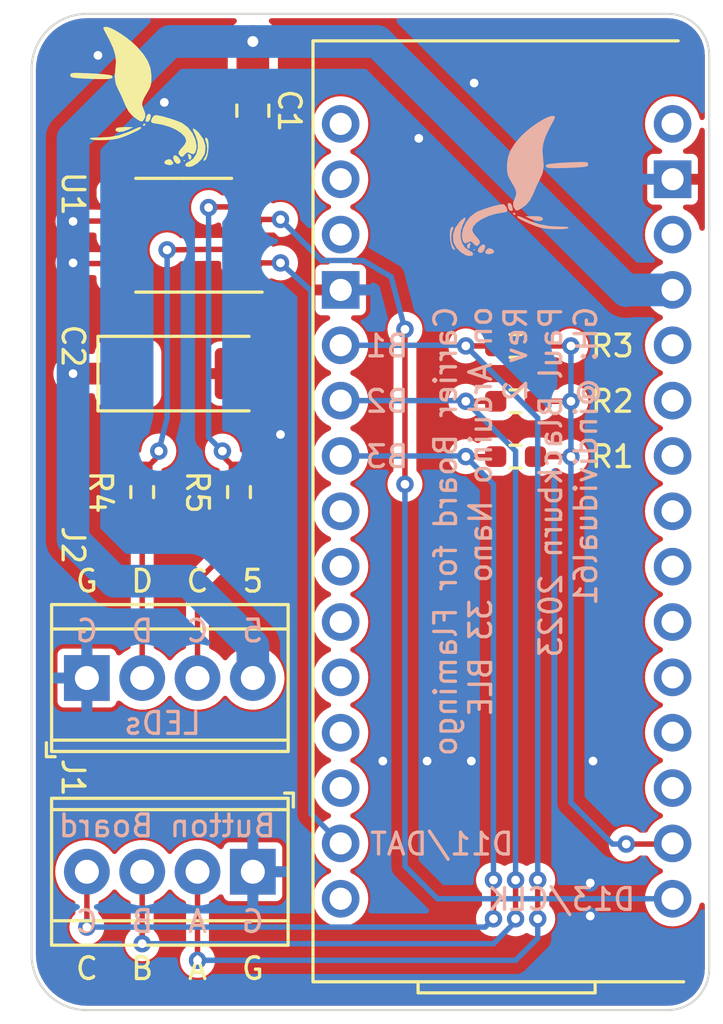
<source format=kicad_pcb>
(kicad_pcb (version 20221018) (generator pcbnew)
  (layers (0 "F.Cu" signal) (31 "B.Cu" signal) (34 "B.Paste" user) (35 "F.Paste" user) (36 "B.SilkS" user "B.Silkscreen") (37 "F.SilkS" user "F.Silkscreen") (38 "B.Mask" user) (39 "F.Mask" user) (44 "Edge.Cuts" user))
  (net 0 "")
  (net 1 "GND")
  (net 2 "/BUTT_A_TERM")
  (net 3 "/BUTT_B_TERM")
  (net 4 "/BUTT_C_TERM")
  (net 5 "/DATA_TERM")
  (net 6 "/CLOCK_TERM")
  (net 7 "VBUS")
  (net 8 "Net-(U1-1_5V)")
  (net 9 "Net-(U1-2_5V)")
  (net 12 "/CLOCK_MCU")
  (net 13 "/DATA_MCU")
  (net 14 "+3V3")
  (footprint "MyFlamingoLogo:flamingo_logo_8-8_6-7" (layer "F.Cu") (at 84.483026 56.237054 -90)
    (fp_text reference "G***" hide)
    (fp_text value "LOGO" hide)
    (fp_poly (pts (xy 2.600477 -1.905) (xy 2.570239 -1.874762) (xy 2.54 -1.905) (xy 2.570239 -1.935238) (xy 2.600477 -1.905)) (stroke (width 0.01)) (fill solid) (layer "F.SilkS"))
    (fp_poly (pts (xy 0.965158 -0.077052) (xy 0.967619 -0.060476) (xy 0.946986 -0.001572) (xy 0.94095 0) (xy 0.889318 -0.042378) (xy 0.876905 -0.060476) (xy 0.8817 -0.116204) (xy 0.903574 -0.120952) (xy 0.965158 -0.077052)) (stroke (width 0.01)) (fill solid) (layer "F.SilkS"))
    (fp_poly (pts (xy 2.45722 -2.224683) (xy 2.509762 -2.177143) (xy 2.507788 -2.121292) (xy 2.48804 -2.116667) (xy 2.38315 -2.096577) (xy 2.332594 -2.079695) (xy 2.264554 -2.075343) (xy 2.273642 -2.140171) (xy 2.352929 -2.224797) (xy 2.45722 -2.224683)) (stroke (width 0.01)) (fill solid) (layer "F.SilkS"))
    (fp_poly (pts (xy 2.740544 -1.36826) (xy 2.773002 -1.244207) (xy 2.770618 -1.199062) (xy 2.729415 -1.041418) (xy 2.657754 -0.984852) (xy 2.572681 -1.037513) (xy 2.539898 -1.088762) (xy 2.502098 -1.21649) (xy 2.543209 -1.304104) (xy 2.656766 -1.391542) (xy 2.740544 -1.36826)) (stroke (width 0.01)) (fill solid) (layer "F.SilkS"))
    (fp_poly (pts (xy 0.672277 -0.332276) (xy 0.771948 -0.25483) (xy 0.786191 -0.205196) (xy 0.760439 -0.133956) (xy 0.740834 -0.129188) (xy 0.650338 -0.146219) (xy 0.559405 -0.163632) (xy 0.460875 -0.215016) (xy 0.423545 -0.292247) (xy 0.458236 -0.352478) (xy 0.509102 -0.362857) (xy 0.672277 -0.332276)) (stroke (width 0.01)) (fill solid) (layer "F.SilkS"))
    (fp_poly (pts (xy 1.153736 0.695476) (xy 1.2298 0.907363) (xy 1.251137 1.09194) (xy 1.216761 1.218411) (xy 1.171618 1.252773) (xy 1.095713 1.225032) (xy 1.065785 1.176895) (xy 1.044838 1.061584) (xy 1.033564 0.87754) (xy 1.032991 0.766125) (xy 1.037886 0.453571) (xy 1.153736 0.695476)) (stroke (width 0.01)) (fill solid) (layer "F.SilkS"))
    (fp_poly (pts (xy 2.635391 -1.730145) (xy 2.712991 -1.652684) (xy 2.699667 -1.545176) (xy 2.604452 -1.453556) (xy 2.443597 -1.394741) (xy 2.344817 -1.42889) (xy 2.329697 -1.449223) (xy 2.339482 -1.531161) (xy 2.418392 -1.629972) (xy 2.526917 -1.70935) (xy 2.625548 -1.732986) (xy 2.635391 -1.730145)) (stroke (width 0.01)) (fill solid) (layer "F.SilkS"))
    (fp_poly (pts (xy 2.135455 -2.999515) (xy 2.34657 -2.961419) (xy 2.495882 -2.905786) (xy 2.523476 -2.884824) (xy 2.580743 -2.806662) (xy 2.552396 -2.78738) (xy 2.459374 -2.828618) (xy 2.39237 -2.874542) (xy 2.232913 -2.93883) (xy 2.016804 -2.961019) (xy 1.801467 -2.93921) (xy 1.684178 -2.897957) (xy 1.572717 -2.862898) (xy 1.515633 -2.884013) (xy 1.540968 -2.943144) (xy 1.574133 -2.969216) (xy 1.704953 -3.00735) (xy 1.906822 -3.016138) (xy 2.135455 -2.999515)) (stroke (width 0.01)) (fill solid) (layer "F.SilkS"))
    (fp_poly (pts (xy 2.194589 -2.85486) (xy 2.262315 -2.834468) (xy 2.485324 -2.709211) (xy 2.680231 -2.51717) (xy 2.814295 -2.296273) (xy 2.853988 -2.149054) (xy 2.839297 -2.000062) (xy 2.774122 -1.946697) (xy 2.687686 -1.993612) (xy 2.62078 -2.11192) (xy 2.48295 -2.318759) (xy 2.266748 -2.459463) (xy 1.998632 -2.528229) (xy 1.705062 -2.519255) (xy 1.412496 -2.426738) (xy 1.345596 -2.391587) (xy 1.178827 -2.310622) (xy 1.102434 -2.305747) (xy 1.117753 -2.371191) (xy 1.226116 -2.501183) (xy 1.302806 -2.576577) (xy 1.58711 -2.777748) (xy 1.890942 -2.872276) (xy 2.194589 -2.85486)) (stroke (width 0.01)) (fill solid) (layer "F.SilkS"))
    (fp_poly (pts (xy -1.216605 1.420367) (xy -1.187211 1.540498) (xy -1.17437 1.755221) (xy -1.176753 2.073721) (xy -1.188625 2.407055) (xy -1.204756 2.758601) (xy -1.219814 3.007051) (xy -1.23691 3.170189) (xy -1.259154 3.265801) (xy -1.289656 3.31167) (xy -1.331526 3.325581) (xy -1.34936 3.32619) (xy -1.395319 3.321326) (xy -1.426796 3.294829) (xy -1.445367 3.228846) (xy -1.452608 3.105521) (xy -1.450095 2.907) (xy -1.439405 2.615429) (xy -1.43052 2.40684) (xy -1.41287 2.082965) (xy -1.390656 1.800906) (xy -1.366188 1.583274) (xy -1.341779 1.452677) (xy -1.330364 1.427126) (xy -1.263879 1.385639) (xy -1.216605 1.420367)) (stroke (width 0.01)) (fill solid) (layer "F.SilkS"))
    (fp_poly (pts (xy 1.11547 0.12071) (xy 1.192631 0.254342) (xy 1.290431 0.454313) (xy 1.36068 0.612437) (xy 1.478191 0.901287) (xy 1.552262 1.132814) (xy 1.594712 1.357288) (xy 1.617356 1.624979) (xy 1.622222 1.725068) (xy 1.62714 2.021326) (xy 1.614723 2.249862) (xy 1.586467 2.386251) (xy 1.581129 2.396954) (xy 1.547541 2.430361) (xy 1.526858 2.380625) (xy 1.516434 2.2341) (xy 1.513744 2.049326) (xy 1.486004 1.527577) (xy 1.401696 1.07513) (xy 1.252352 0.65031) (xy 1.210879 0.558447) (xy 1.107469 0.334833) (xy 1.049581 0.197397) (xy 1.03057 0.123191) (xy 1.043795 0.089268) (xy 1.071307 0.076311) (xy 1.11547 0.12071)) (stroke (width 0.01)) (fill solid) (layer "F.SilkS"))
    (fp_poly (pts (xy 2.02535 -2.453389) (xy 2.203869 -2.40162) (xy 2.272809 -2.325005) (xy 2.243167 -2.208209) (xy 2.224549 -2.175664) (xy 2.182231 -2.074721) (xy 2.220524 -1.993471) (xy 2.290098 -1.930958) (xy 2.383588 -1.836016) (xy 2.384606 -1.761024) (xy 2.358288 -1.72323) (xy 2.2588 -1.645127) (xy 2.149062 -1.659866) (xy 2.006471 -1.772687) (xy 1.965477 -1.814286) (xy 1.823977 -1.929966) (xy 1.688073 -1.99225) (xy 1.658957 -1.995714) (xy 1.48741 -1.938792) (xy 1.315887 -1.781118) (xy 1.156041 -1.542333) (xy 1.019529 -1.242076) (xy 0.918004 -0.89999) (xy 0.878395 -0.680357) (xy 0.848947 -0.489491) (xy 0.813032 -0.396877) (xy 0.748663 -0.380817) (xy 0.633854 -0.419611) (xy 0.619881 -0.425218) (xy 0.514411 -0.507938) (xy 0.48381 -0.58891) (xy 0.504432 -0.741105) (xy 0.558579 -0.967545) (xy 0.634672 -1.23025) (xy 0.721128 -1.491237) (xy 0.80637 -1.712524) (xy 0.861518 -1.82778) (xy 1.054282 -2.075524) (xy 1.312124 -2.276011) (xy 1.601921 -2.411434) (xy 1.890548 -2.463989) (xy 2.02535 -2.453389)) (stroke (width 0.01)) (fill solid) (layer "F.SilkS"))
    (fp_poly (pts (xy -1.01986 -0.38375) (xy -0.837292 -0.34526) (xy -0.658987 -0.261944) (xy -0.559249 -0.202269) (xy -0.316384 -0.059627) (xy -0.140215 0.01719) (xy -0.000879 0.035197) (xy 0.13149 0.001407) (xy 0.191154 -0.026025) (xy 0.405142 -0.107591) (xy 0.571174 -0.103375) (xy 0.694096 -0.038726) (xy 0.762038 0.020527) (xy 0.769584 0.0835) (xy 0.714585 0.191734) (xy 0.679191 0.249567) (xy 0.50974 0.479523) (xy 0.30827 0.652062) (xy 0.037625 0.796125) (xy -0.090714 0.849277) (xy -0.319563 0.945314) (xy -0.533705 1.045214) (xy -0.651203 1.107325) (xy -0.951932 1.239713) (xy -1.275114 1.288112) (xy -1.656947 1.25776) (xy -1.672814 1.255171) (xy -1.984264 1.229656) (xy -2.289984 1.265071) (xy -2.618419 1.368393) (xy -2.998017 1.5466) (xy -3.112727 1.608326) (xy -3.303453 1.710238) (xy -3.45142 1.783882) (xy -3.526239 1.814176) (xy -3.52776 1.814286) (xy -3.559169 1.762864) (xy -3.568095 1.67695) (xy -3.529649 1.520621) (xy -3.425193 1.300804) (xy -3.271053 1.042613) (xy -3.083553 0.771162) (xy -2.879018 0.511568) (xy -2.673773 0.288944) (xy -2.652575 0.268478) (xy -2.30749 -0.029363) (xy -1.9904 -0.230666) (xy -1.676025 -0.347479) (xy -1.339088 -0.391852) (xy -1.26466 -0.393095) (xy -1.01986 -0.38375)) (stroke (width 0.01)) (fill solid) (layer "F.SilkS"))
  )
  (footprint "Resistor_SMD:R_0603_1608Metric_Pad0.98x0.95mm_HandSolder" (layer "F.Cu") (at 101.6 67.31 180)
    (fp_text reference "R3" (at -4.445 0 unlocked) (layer "F.SilkS") (effects (font (thickness 0.153))))
    (fp_text value "4.7k")
    (fp_line (start -0.254724 -0.5225) (end 0.254724 -0.5225) (stroke (width 0.15)) (layer "F.SilkS"))
    (fp_line (start -0.254724 0.5225) (end 0.254724 0.5225) (stroke (width 0.15)) (layer "F.SilkS"))
    (pad "1" smd roundrect (at -0.9125 0 180) (size 0.975 0.95) (layers "F.Cu" "F.Paste" "F.Mask") (net 14 "+3V3"))
    (pad "2" smd roundrect (at 0.9125 0 180) (size 0.975 0.95) (layers "F.Cu" "F.Paste" "F.Mask") (net 2 "/BUTT_A_TERM"))
  )
  (footprint "Resistor_SMD:R_0603_1608Metric_Pad0.98x0.95mm_HandSolder" (layer "F.Cu") (at 84.455 74.0175 -90)
    (fp_text reference "R4" (at 0 1.905 -90 unlocked) (layer "F.SilkS") (effects (font (thickness 0.153))))
    (fp_text value "330")
    (fp_line (start -0.254724 -0.5225) (end 0.254724 -0.5225) (stroke (width 0.15)) (layer "F.SilkS"))
    (fp_line (start -0.254724 0.5225) (end 0.254724 0.5225) (stroke (width 0.15)) (layer "F.SilkS"))
    (pad "1" smd roundrect (at -0.9125 0 270) (size 0.975 0.95) (layers "F.Cu" "F.Paste" "F.Mask") (net 8 "Net-(U1-1_5V)"))
    (pad "2" smd roundrect (at 0.9125 0 270) (size 0.975 0.95) (layers "F.Cu" "F.Paste" "F.Mask") (net 5 "/DATA_TERM"))
  )
  (footprint "Capacitor_Tantalum_SMD:CP_EIA-6032-20_AVX-F_Pad2.25x2.35mm_HandSolder" (layer "F.Cu") (at 86.36 68.58)
    (fp_text reference "C2" (at -5.08 -1.27 -90 unlocked) (layer "F.SilkS") (effects (font (thickness 0.153))))
    (fp_text value "100uF")
    (fp_line (start -3.935 -1.71) (end -3.935 1.71) (stroke (width 0.15)) (layer "F.SilkS"))
    (fp_line (start -3.935 1.71) (end 3 1.71) (stroke (width 0.15)) (layer "F.SilkS"))
    (fp_line (start 3 -1.71) (end -3.935 -1.71) (stroke (width 0.15)) (layer "F.SilkS"))
    (pad "1" smd roundrect (at -2.55 0) (size 2.25 2.35) (layers "F.Cu" "F.Paste" "F.Mask") (roundrect_rratio 0.1111111111) (net 7 "VBUS"))
    (pad "2" smd roundrect (at 2.55 0) (size 2.25 2.35) (layers "F.Cu" "F.Paste" "F.Mask") (roundrect_rratio 0.1111111111) (net 1 "GND"))
  )
  (footprint "Resistor_SMD:R_0603_1608Metric_Pad0.98x0.95mm_HandSolder" (layer "F.Cu") (at 88.9 74.0175 -90)
    (fp_text reference "R5" (at 0 1.905 -90 unlocked) (layer "F.SilkS") (effects (font (thickness 0.153))))
    (fp_text value "330")
    (fp_line (start -0.254724 -0.5225) (end 0.254724 -0.5225) (stroke (width 0.15)) (layer "F.SilkS"))
    (fp_line (start -0.254724 0.5225) (end 0.254724 0.5225) (stroke (width 0.15)) (layer "F.SilkS"))
    (pad "1" smd roundrect (at -0.9125 0 270) (size 0.975 0.95) (layers "F.Cu" "F.Paste" "F.Mask") (net 9 "Net-(U1-2_5V)"))
    (pad "2" smd roundrect (at 0.9125 0 270) (size 0.975 0.95) (layers "F.Cu" "F.Paste" "F.Mask") (net 6 "/CLOCK_TERM"))
  )
  (footprint "Resistor_SMD:R_0603_1608Metric_Pad0.98x0.95mm_HandSolder" (layer "F.Cu") (at 101.6 69.85 180)
    (fp_text reference "R2" (at -4.445 0 unlocked) (layer "F.SilkS") (effects (font (thickness 0.153))))
    (fp_text value "4.7k")
    (fp_line (start -0.254724 -0.5225) (end 0.254724 -0.5225) (stroke (width 0.15)) (layer "F.SilkS"))
    (fp_line (start -0.254724 0.5225) (end 0.254724 0.5225) (stroke (width 0.15)) (layer "F.SilkS"))
    (pad "1" smd roundrect (at -0.9125 0 180) (size 0.975 0.95) (layers "F.Cu" "F.Paste" "F.Mask") (net 14 "+3V3"))
    (pad "2" smd roundrect (at 0.9125 0 180) (size 0.975 0.95) (layers "F.Cu" "F.Paste" "F.Mask") (net 3 "/BUTT_B_TERM"))
  )
  (footprint "TerminalBlock_TE-Connectivity:TerminalBlock_TE_282834-4_1x04_P2.54mm_Horizontal" (layer "F.Cu") (at 81.915 82.55)
    (fp_text reference "J2" (at -0.635 -6.096 -90 unlocked) (layer "F.SilkS") (effects (font (thickness 0.153))))
    (fp_text value "APA102C")
    (fp_text user "G" (at 0 -4.445 unlocked) (layer "F.SilkS") (effects (font (thickness 0.153))))
    (fp_text user "C" (at 5.08 -4.445 unlocked) (layer "F.SilkS") (effects (font (thickness 0.153))))
    (fp_text user "5" (at 7.62 -4.445 unlocked) (layer "F.SilkS") (effects (font (thickness 0.153))))
    (fp_text user "D" (at 2.54 -4.445 unlocked) (layer "F.SilkS") (effects (font (thickness 0.153))))
    (fp_line (start -1.86 2.97) (end -1.86 3.61) (stroke (width 0.15)) (layer "F.SilkS"))
    (fp_line (start -1.86 3.61) (end -1.46 3.61) (stroke (width 0.15)) (layer "F.SilkS"))
    (fp_line (start -1.62 -3.37) (end -1.62 3.37) (stroke (width 0.15)) (layer "F.SilkS"))
    (fp_line (start -1.62 -3.37) (end 9.241 -3.37) (stroke (width 0.15)) (layer "F.SilkS"))
    (fp_line (start -1.62 -2.25) (end 9.241 -2.25) (stroke (width 0.15)) (layer "F.SilkS"))
    (fp_line (start -1.62 2.85) (end 9.241 2.85) (stroke (width 0.15)) (layer "F.SilkS"))
    (fp_line (start -1.62 3.37) (end 9.241 3.37) (stroke (width 0.15)) (layer "F.SilkS"))
    (fp_line (start 9.241 -3.37) (end 9.241 3.37) (stroke (width 0.15)) (layer "F.SilkS"))
    (pad "1" thru_hole rect (at 0 0) (size 2.1 2.1) (drill 1.1) (layers "*.Cu" "*.Mask") (net 1 "GND"))
    (pad "2" thru_hole circle (at 2.54 0) (size 2.1 2.1) (drill 1.1) (layers "*.Cu" "*.Mask") (net 5 "/DATA_TERM"))
    (pad "3" thru_hole circle (at 5.08 0) (size 2.1 2.1) (drill 1.1) (layers "*.Cu" "*.Mask") (net 6 "/CLOCK_TERM"))
    (pad "4" thru_hole circle (at 7.62 0) (size 2.1 2.1) (drill 1.1) (layers "*.Cu" "*.Mask") (net 7 "VBUS"))
  )
  (footprint "Resistor_SMD:R_0603_1608Metric_Pad0.98x0.95mm_HandSolder" (layer "F.Cu") (at 101.6 72.39 180)
    (fp_text reference "R1" (at -4.445 0 unlocked) (layer "F.SilkS") (effects (font (thickness 0.153))))
    (fp_text value "4.7k")
    (fp_line (start -0.254724 -0.5225) (end 0.254724 -0.5225) (stroke (width 0.15)) (layer "F.SilkS"))
    (fp_line (start -0.254724 0.5225) (end 0.254724 0.5225) (stroke (width 0.15)) (layer "F.SilkS"))
    (pad "1" smd roundrect (at -0.9125 0 180) (size 0.975 0.95) (layers "F.Cu" "F.Paste" "F.Mask") (net 14 "+3V3"))
    (pad "2" smd roundrect (at 0.9125 0 180) (size 0.975 0.95) (layers "F.Cu" "F.Paste" "F.Mask") (net 4 "/BUTT_C_TERM"))
  )
  (footprint "PCM_arduino-library:Arduino_Nano_Every_Socket" (layer "F.Cu") (at 101.1875 96.49)
    (fp_text reference "XA1" hide)
    (fp_text value "Arduino_Nano_33_BLE_Socket")
    (fp_line (start -8.89 -43.18) (end -8.89 0) (stroke (width 0.15)) (layer "F.SilkS"))
    (fp_line (start -8.89 -43.18) (end 7.874 -43.18) (stroke (width 0.15)) (layer "F.SilkS"))
    (fp_line (start -8.89 0) (end 8.128 0) (stroke (width 0.15)) (layer "F.SilkS"))
    (fp_line (start -4.064 0) (end -4.064 0.508) (stroke (width 0.15)) (layer "F.SilkS"))
    (fp_line (start -4.064 0.508) (end 4.064 0.508) (stroke (width 0.15)) (layer "F.SilkS"))
    (fp_line (start 4.064 0.508) (end 4.064 0) (stroke (width 0.15)) (layer "F.SilkS"))
    (pad "3V3" thru_hole circle (at 7.62 -6.35) (size 1.7272 1.7272) (drill 1.016) (layers "*.Cu" "*.Mask") (net 14 "+3V3"))
    (pad "5V" thru_hole circle (at 7.62 -31.75) (size 1.7272 1.7272) (drill 1.016) (layers "*.Cu" "*.Mask") (net 7 "VBUS"))
    (pad "A0" thru_hole circle (at 7.62 -11.43) (size 1.7272 1.7272) (drill 1.016) (layers "*.Cu" "*.Mask"))
    (pad "A1" thru_hole circle (at 7.62 -13.97) (size 1.7272 1.7272) (drill 1.016) (layers "*.Cu" "*.Mask"))
    (pad "A2" thru_hole circle (at 7.62 -16.51) (size 1.7272 1.7272) (drill 1.016) (layers "*.Cu" "*.Mask"))
    (pad "A3" thru_hole circle (at 7.62 -19.05) (size 1.7272 1.7272) (drill 1.016) (layers "*.Cu" "*.Mask"))
    (pad "A4" thru_hole circle (at 7.62 -21.59) (size 1.7272 1.7272) (drill 1.016) (layers "*.Cu" "*.Mask"))
    (pad "A5" thru_hole circle (at 7.62 -24.13) (size 1.7272 1.7272) (drill 1.016) (layers "*.Cu" "*.Mask"))
    (pad "A6" thru_hole circle (at 7.62 -26.67) (size 1.7272 1.7272) (drill 1.016) (layers "*.Cu" "*.Mask"))
    (pad "A7" thru_hole circle (at 7.62 -29.21) (size 1.7272 1.7272) (drill 1.016) (layers "*.Cu" "*.Mask"))
    (pad "AREF" thru_hole circle (at 7.62 -8.89) (size 1.7272 1.7272) (drill 1.016) (layers "*.Cu" "*.Mask"))
    (pad "D0" thru_hole circle (at -7.62 -36.83) (size 1.7272 1.7272) (drill 1.016) (layers "*.Cu" "*.Mask"))
    (pad "D1" thru_hole circle (at -7.62 -39.37) (size 1.7272 1.7272) (drill 1.016) (layers "*.Cu" "*.Mask"))
    (pad "D2" thru_hole circle (at -7.62 -29.21) (size 1.7272 1.7272) (drill 1.016) (layers "*.Cu" "*.Mask") (net 2 "/BUTT_A_TERM"))
    (pad "D3" thru_hole circle (at -7.62 -26.67) (size 1.7272 1.7272) (drill 1.016) (layers "*.Cu" "*.Mask") (net 3 "/BUTT_B_TERM"))
    (pad "D4" thru_hole circle (at -7.62 -24.13) (size 1.7272 1.7272) (drill 1.016) (layers "*.Cu" "*.Mask") (net 4 "/BUTT_C_TERM"))
    (pad "D5" thru_hole circle (at -7.62 -21.59) (size 1.7272 1.7272) (drill 1.016) (layers "*.Cu" "*.Mask"))
    (pad "D6" thru_hole circle (at -7.62 -19.05) (size 1.7272 1.7272) (drill 1.016) (layers "*.Cu" "*.Mask"))
    (pad "D7" thru_hole circle (at -7.62 -16.51) (size 1.7272 1.7272) (drill 1.016) (layers "*.Cu" "*.Mask"))
    (pad "D8" thru_hole circle (at -7.62 -13.97) (size 1.7272 1.7272) (drill 1.016) (layers "*.Cu" "*.Mask"))
    (pad "D9" thru_hole circle (at -7.62 -11.43) (size 1.7272 1.7272) (drill 1.016) (layers "*.Cu" "*.Mask"))
    (pad "D10" thru_hole circle (at -7.62 -8.89) (size 1.7272 1.7272) (drill 1.016) (layers "*.Cu" "*.Mask"))
    (pad "D11" thru_hole circle (at -7.62 -6.35) (size 1.7272 1.7272) (drill 1.016) (layers "*.Cu" "*.Mask") (net 13 "/DATA_MCU"))
    (pad "D12" thru_hole circle (at -7.62 -3.81) (size 1.7272 1.7272) (drill 1.016) (layers "*.Cu" "*.Mask"))
    (pad "D13" thru_hole circle (at 7.62 -3.81) (size 1.7272 1.7272) (drill 1.016) (layers "*.Cu" "*.Mask") (net 12 "/CLOCK_MCU"))
    (pad "GND1" thru_hole rect (at -7.62 -31.75) (size 1.7272 1.7272) (drill 1.016) (layers "*.Cu" "*.Mask") (net 1 "GND"))
    (pad "GND2" thru_hole rect (at 7.62 -36.83) (size 1.7272 1.7272) (drill 1.016) (layers "*.Cu" "*.Mask") (net 1 "GND"))
    (pad "RST1" thru_hole circle (at -7.62 -34.29) (size 1.7272 1.7272) (drill 1.016) (layers "*.Cu" "*.Mask"))
    (pad "RST2" thru_hole circle (at 7.62 -34.29) (size 1.7272 1.7272) (drill 1.016) (layers "*.Cu" "*.Mask"))
    (pad "VIN" thru_hole circle (at 7.62 -39.37) (size 1.7272 1.7272) (drill 1.016) (layers "*.Cu" "*.Mask"))
  )
  (footprint "Capacitor_SMD:C_0805_2012Metric_Pad1.18x1.45mm_HandSolder" (layer "F.Cu") (at 89.535 56.515 -90)
    (fp_text reference "C1" (at 0 -1.68 -90 unlocked) (layer "F.SilkS") (effects (font (thickness 0.153))))
    (fp_text value "10 uF")
    (fp_line (start -0.261252 -0.735) (end 0.261252 -0.735) (stroke (width 0.15)) (layer "F.SilkS"))
    (fp_line (start -0.261252 0.735) (end 0.261252 0.735) (stroke (width 0.15)) (layer "F.SilkS"))
    (pad "1" smd roundrect (at -1.0375 0 270) (size 1.175 1.45) (layers "F.Cu" "F.Paste" "F.Mask") (roundrect_rratio 0.2127659574) (net 7 "VBUS"))
    (pad "2" smd roundrect (at 1.0375 0 270) (size 1.175 1.45) (layers "F.Cu" "F.Paste" "F.Mask") (roundrect_rratio 0.2127659574) (net 1 "GND"))
  )
  (footprint "Package_SO:TSSOP-14_4.4x5mm_P0.65mm" (layer "F.Cu") (at 86.36 62.23 180)
    (fp_text reference "U1" (at 5.08 1.905 270 unlocked) (layer "F.SilkS") (effects (font (thickness 0.153))))
    (fp_text value "SN74AHCT125QPWRQ1")
    (fp_line (start 0 -2.61) (end -3.6 -2.61) (stroke (width 0.15)) (layer "F.SilkS"))
    (fp_line (start 0 -2.61) (end 2.2 -2.61) (stroke (width 0.15)) (layer "F.SilkS"))
    (fp_line (start 0 2.61) (end -2.2 2.61) (stroke (width 0.15)) (layer "F.SilkS"))
    (fp_line (start 0 2.61) (end 2.2 2.61) (stroke (width 0.15)) (layer "F.SilkS"))
    (pad "1" smd roundrect (at -2.8625 -1.95 180) (size 1.475 0.4) (layers "F.Cu" "F.Paste" "F.Mask") (net 1 "GND"))
    (pad "2" smd roundrect (at -2.8625 -1.3 180) (size 1.475 0.4) (layers "F.Cu" "F.Paste" "F.Mask") (net 13 "/DATA_MCU"))
    (pad "3" smd roundrect (at -2.8625 -0.65 180) (size 1.475 0.4) (layers "F.Cu" "F.Paste" "F.Mask") (net 8 "Net-(U1-1_5V)"))
    (pad "4" smd roundrect (at -2.8625 0 180) (size 1.475 0.4) (layers "F.Cu" "F.Paste" "F.Mask") (net 1 "GND"))
    (pad "5" smd roundrect (at -2.8625 0.65 180) (size 1.475 0.4) (layers "F.Cu" "F.Paste" "F.Mask") (net 12 "/CLOCK_MCU"))
    (pad "6" smd roundrect (at -2.8625 1.3 180) (size 1.475 0.4) (layers "F.Cu" "F.Paste" "F.Mask") (net 9 "Net-(U1-2_5V)"))
    (pad "7" smd roundrect (at -2.8625 1.95 180) (size 1.475 0.4) (layers "F.Cu" "F.Paste" "F.Mask") (net 1 "GND"))
    (pad "8" smd roundrect (at 2.8625 1.95 180) (size 1.475 0.4) (layers "F.Cu" "F.Paste" "F.Mask"))
    (pad "9" smd roundrect (at 2.8625 1.3 180) (size 1.475 0.4) (layers "F.Cu" "F.Paste" "F.Mask") (net 1 "GND"))
    (pad "10" smd roundrect (at 2.8625 0.65 180) (size 1.475 0.4) (layers "F.Cu" "F.Paste" "F.Mask") (net 7 "VBUS"))
    (pad "11" smd roundrect (at 2.8625 0 180) (size 1.475 0.4) (layers "F.Cu" "F.Paste" "F.Mask"))
    (pad "12" smd roundrect (at 2.8625 -0.65 180) (size 1.475 0.4) (layers "F.Cu" "F.Paste" "F.Mask") (net 1 "GND"))
    (pad "13" smd roundrect (at 2.8625 -1.3 180) (size 1.475 0.4) (layers "F.Cu" "F.Paste" "F.Mask") (net 7 "VBUS"))
    (pad "14" smd roundrect (at 2.8625 -1.95 180) (size 1.475 0.4) (layers "F.Cu" "F.Paste" "F.Mask") (net 7 "VBUS"))
  )
  (footprint "TerminalBlock_TE-Connectivity:TerminalBlock_TE_282834-4_1x04_P2.54mm_Horizontal" (layer "F.Cu") (at 89.535 91.44 180)
    (fp_text reference "J1" (at 8.255 4.318 270 unlocked) (layer "F.SilkS") (effects (font (thickness 0.153))))
    (fp_text value "Button Board Term")
    (fp_text user "C" (at 7.62 -4.445 unlocked) (layer "F.SilkS") (effects (font (thickness 0.153))))
    (fp_text user "A" (at 2.54 -4.445 unlocked) (layer "F.SilkS") (effects (font (thickness 0.153))))
    (fp_text user "G" (at 0 -4.445 unlocked) (layer "F.SilkS") (effects (font (thickness 0.153))))
    (fp_text user "B" (at 5.08 -4.445 unlocked) (layer "F.SilkS") (effects (font (thickness 0.153))))
    (fp_line (start -1.86 2.97) (end -1.86 3.61) (stroke (width 0.15)) (layer "F.SilkS"))
    (fp_line (start -1.86 3.61) (end -1.46 3.61) (stroke (width 0.15)) (layer "F.SilkS"))
    (fp_line (start -1.62 -3.37) (end -1.62 3.37) (stroke (width 0.15)) (layer "F.SilkS"))
    (fp_line (start -1.62 -3.37) (end 9.241 -3.37) (stroke (width 0.15)) (layer "F.SilkS"))
    (fp_line (start -1.62 -2.25) (end 9.241 -2.25) (stroke (width 0.15)) (layer "F.SilkS"))
    (fp_line (start -1.62 2.85) (end 9.241 2.85) (stroke (width 0.15)) (layer "F.SilkS"))
    (fp_line (start -1.62 3.37) (end 9.241 3.37) (stroke (width 0.15)) (layer "F.SilkS"))
    (fp_line (start 9.241 -3.37) (end 9.241 3.37) (stroke (width 0.15)) (layer "F.SilkS"))
    (pad "1" thru_hole rect (at 0 0 180) (size 2.1 2.1) (drill 1.1) (layers "*.Cu" "*.Mask") (net 1 "GND"))
    (pad "2" thru_hole circle (at 2.54 0 180) (size 2.1 2.1) (drill 1.1) (layers "*.Cu" "*.Mask") (net 2 "/BUTT_A_TERM"))
    (pad "3" thru_hole circle (at 5.08 0 180) (size 2.1 2.1) (drill 1.1) (layers "*.Cu" "*.Mask") (net 3 "/BUTT_B_TERM"))
    (pad "4" thru_hole circle (at 7.62 0 180) (size 2.1 2.1) (drill 1.1) (layers "*.Cu" "*.Mask") (net 4 "/BUTT_C_TERM"))
  )
  (footprint "MyFlamingoLogo:flamingo_logo_8-8_6-7" (layer "B.Cu") (at 101.6 60.325 -90)
    (fp_text reference "G***" hide)
    (fp_text value "LOGO" hide)
    (fp_poly (pts (xy 2.600477 1.905) (xy 2.570239 1.874762) (xy 2.54 1.905) (xy 2.570239 1.935238) (xy 2.600477 1.905)) (stroke (width 0.01)) (fill solid) (layer "B.SilkS"))
    (fp_poly (pts (xy 0.965158 0.077052) (xy 0.967619 0.060476) (xy 0.946986 0.001572) (xy 0.94095 0) (xy 0.889318 0.042378) (xy 0.876905 0.060476) (xy 0.8817 0.116204) (xy 0.903574 0.120952) (xy 0.965158 0.077052)) (stroke (width 0.01)) (fill solid) (layer "B.SilkS"))
    (fp_poly (pts (xy 2.45722 2.224683) (xy 2.509762 2.177143) (xy 2.507788 2.121292) (xy 2.48804 2.116667) (xy 2.38315 2.096577) (xy 2.332594 2.079695) (xy 2.264554 2.075343) (xy 2.273642 2.140171) (xy 2.352929 2.224797) (xy 2.45722 2.224683)) (stroke (width 0.01)) (fill solid) (layer "B.SilkS"))
    (fp_poly (pts (xy 2.740544 1.36826) (xy 2.773002 1.244207) (xy 2.770618 1.199062) (xy 2.729415 1.041418) (xy 2.657754 0.984852) (xy 2.572681 1.037513) (xy 2.539898 1.088762) (xy 2.502098 1.21649) (xy 2.543209 1.304104) (xy 2.656766 1.391542) (xy 2.740544 1.36826)) (stroke (width 0.01)) (fill solid) (layer "B.SilkS"))
    (fp_poly (pts (xy 0.672277 0.332276) (xy 0.771948 0.25483) (xy 0.786191 0.205196) (xy 0.760439 0.133956) (xy 0.740834 0.129188) (xy 0.650338 0.146219) (xy 0.559405 0.163632) (xy 0.460875 0.215016) (xy 0.423545 0.292247) (xy 0.458236 0.352478) (xy 0.509102 0.362857) (xy 0.672277 0.332276)) (stroke (width 0.01)) (fill solid) (layer "B.SilkS"))
    (fp_poly (pts (xy 1.153736 -0.695476) (xy 1.2298 -0.907363) (xy 1.251137 -1.09194) (xy 1.216761 -1.218411) (xy 1.171618 -1.252773) (xy 1.095713 -1.225032) (xy 1.065785 -1.176895) (xy 1.044838 -1.061584) (xy 1.033564 -0.87754) (xy 1.032991 -0.766125) (xy 1.037886 -0.453571) (xy 1.153736 -0.695476)) (stroke (width 0.01)) (fill solid) (layer "B.SilkS"))
    (fp_poly (pts (xy 2.635391 1.730145) (xy 2.712991 1.652684) (xy 2.699667 1.545176) (xy 2.604452 1.453556) (xy 2.443597 1.394741) (xy 2.344817 1.42889) (xy 2.329697 1.449223) (xy 2.339482 1.531161) (xy 2.418392 1.629972) (xy 2.526917 1.70935) (xy 2.625548 1.732986) (xy 2.635391 1.730145)) (stroke (width 0.01)) (fill solid) (layer "B.SilkS"))
    (fp_poly (pts (xy 2.135455 2.999515) (xy 2.34657 2.961419) (xy 2.495882 2.905786) (xy 2.523476 2.884824) (xy 2.580743 2.806662) (xy 2.552396 2.78738) (xy 2.459374 2.828618) (xy 2.39237 2.874542) (xy 2.232913 2.93883) (xy 2.016804 2.961019) (xy 1.801467 2.93921) (xy 1.684178 2.897957) (xy 1.572717 2.862898) (xy 1.515633 2.884013) (xy 1.540968 2.943144) (xy 1.574133 2.969216) (xy 1.704953 3.00735) (xy 1.906822 3.016138) (xy 2.135455 2.999515)) (stroke (width 0.01)) (fill solid) (layer "B.SilkS"))
    (fp_poly (pts (xy 2.194589 2.85486) (xy 2.262315 2.834468) (xy 2.485324 2.709211) (xy 2.680231 2.51717) (xy 2.814295 2.296273) (xy 2.853988 2.149054) (xy 2.839297 2.000062) (xy 2.774122 1.946697) (xy 2.687686 1.993612) (xy 2.62078 2.11192) (xy 2.48295 2.318759) (xy 2.266748 2.459463) (xy 1.998632 2.528229) (xy 1.705062 2.519255) (xy 1.412496 2.426738) (xy 1.345596 2.391587) (xy 1.178827 2.310622) (xy 1.102434 2.305747) (xy 1.117753 2.371191) (xy 1.226116 2.501183) (xy 1.302806 2.576577) (xy 1.58711 2.777748) (xy 1.890942 2.872276) (xy 2.194589 2.85486)) (stroke (width 0.01)) (fill solid) (layer "B.SilkS"))
    (fp_poly (pts (xy -1.216605 -1.420367) (xy -1.187211 -1.540498) (xy -1.17437 -1.755221) (xy -1.176753 -2.073721) (xy -1.188625 -2.407055) (xy -1.204756 -2.758601) (xy -1.219814 -3.007051) (xy -1.23691 -3.170189) (xy -1.259154 -3.265801) (xy -1.289656 -3.31167) (xy -1.331526 -3.325581) (xy -1.34936 -3.32619) (xy -1.395319 -3.321326) (xy -1.426796 -3.294829) (xy -1.445367 -3.228846) (xy -1.452608 -3.105521) (xy -1.450095 -2.907) (xy -1.439405 -2.615429) (xy -1.43052 -2.40684) (xy -1.41287 -2.082965) (xy -1.390656 -1.800906) (xy -1.366188 -1.583274) (xy -1.341779 -1.452677) (xy -1.330364 -1.427126) (xy -1.263879 -1.385639) (xy -1.216605 -1.420367)) (stroke (width 0.01)) (fill solid) (layer "B.SilkS"))
    (fp_poly (pts (xy 1.11547 -0.12071) (xy 1.192631 -0.254342) (xy 1.290431 -0.454313) (xy 1.36068 -0.612437) (xy 1.478191 -0.901287) (xy 1.552262 -1.132814) (xy 1.594712 -1.357288) (xy 1.617356 -1.624979) (xy 1.622222 -1.725068) (xy 1.62714 -2.021326) (xy 1.614723 -2.249862) (xy 1.586467 -2.386251) (xy 1.581129 -2.396954) (xy 1.547541 -2.430361) (xy 1.526858 -2.380625) (xy 1.516434 -2.2341) (xy 1.513744 -2.049326) (xy 1.486004 -1.527577) (xy 1.401696 -1.07513) (xy 1.252352 -0.65031) (xy 1.210879 -0.558447) (xy 1.107469 -0.334833) (xy 1.049581 -0.197397) (xy 1.03057 -0.123191) (xy 1.043795 -0.089268) (xy 1.071307 -0.076311) (xy 1.11547 -0.12071)) (stroke (width 0.01)) (fill solid) (layer "B.SilkS"))
    (fp_poly (pts (xy 2.02535 2.453389) (xy 2.203869 2.40162) (xy 2.272809 2.325005) (xy 2.243167 2.208209) (xy 2.224549 2.175664) (xy 2.182231 2.074721) (xy 2.220524 1.993471) (xy 2.290098 1.930958) (xy 2.383588 1.836016) (xy 2.384606 1.761024) (xy 2.358288 1.72323) (xy 2.2588 1.645127) (xy 2.149062 1.659866) (xy 2.006471 1.772687) (xy 1.965477 1.814286) (xy 1.823977 1.929966) (xy 1.688073 1.99225) (xy 1.658957 1.995714) (xy 1.48741 1.938792) (xy 1.315887 1.781118) (xy 1.156041 1.542333) (xy 1.019529 1.242076) (xy 0.918004 0.89999) (xy 0.878395 0.680357) (xy 0.848947 0.489491) (xy 0.813032 0.396877) (xy 0.748663 0.380817) (xy 0.633854 0.419611) (xy 0.619881 0.425218) (xy 0.514411 0.507938) (xy 0.48381 0.58891) (xy 0.504432 0.741105) (xy 0.558579 0.967545) (xy 0.634672 1.23025) (xy 0.721128 1.491237) (xy 0.80637 1.712524) (xy 0.861518 1.82778) (xy 1.054282 2.075524) (xy 1.312124 2.276011) (xy 1.601921 2.411434) (xy 1.890548 2.463989) (xy 2.02535 2.453389)) (stroke (width 0.01)) (fill solid) (layer "B.SilkS"))
    (fp_poly (pts (xy -1.01986 0.38375) (xy -0.837292 0.34526) (xy -0.658987 0.261944) (xy -0.559249 0.202269) (xy -0.316384 0.059627) (xy -0.140215 -0.01719) (xy -0.000879 -0.035197) (xy 0.13149 -0.001407) (xy 0.191154 0.026025) (xy 0.405142 0.107591) (xy 0.571174 0.103375) (xy 0.694096 0.038726) (xy 0.762038 -0.020527) (xy 0.769584 -0.0835) (xy 0.714585 -0.191734) (xy 0.679191 -0.249567) (xy 0.50974 -0.479523) (xy 0.30827 -0.652062) (xy 0.037625 -0.796125) (xy -0.090714 -0.849277) (xy -0.319563 -0.945314) (xy -0.533705 -1.045214) (xy -0.651203 -1.107325) (xy -0.951932 -1.239713) (xy -1.275114 -1.288112) (xy -1.656947 -1.25776) (xy -1.672814 -1.255171) (xy -1.984264 -1.229656) (xy -2.289984 -1.265071) (xy -2.618419 -1.368393) (xy -2.998017 -1.5466) (xy -3.112727 -1.608326) (xy -3.303453 -1.710238) (xy -3.45142 -1.783882) (xy -3.526239 -1.814176) (xy -3.52776 -1.814286) (xy -3.559169 -1.762864) (xy -3.568095 -1.67695) (xy -3.529649 -1.520621) (xy -3.425193 -1.300804) (xy -3.271053 -1.042613) (xy -3.083553 -0.771162) (xy -2.879018 -0.511568) (xy -2.673773 -0.288944) (xy -2.652575 -0.268478) (xy -2.30749 0.029363) (xy -1.9904 0.230666) (xy -1.676025 0.347479) (xy -1.339088 0.391852) (xy -1.26466 0.393095) (xy -1.01986 0.38375)) (stroke (width 0.01)) (fill solid) (layer "B.SilkS"))
  )
  (gr_arc (start 79.375 54.61) (mid 80.118949 52.813949) (end 81.915 52.07) (stroke (width 0.1)) (layer "Edge.Cuts"))
  (gr_line (start 108.585 97.79) (end 81.915 97.79) (stroke (width 0.1)) (layer "Edge.Cuts"))
  (gr_line (start 110.49 53.975) (end 110.49 95.885) (stroke (width 0.1)) (layer "Edge.Cuts"))
  (gr_arc (start 108.585 52.07) (mid 109.932038 52.627962) (end 110.49 53.975) (stroke (width 0.1)) (layer "Edge.Cuts"))
  (gr_line (start 79.375 95.25) (end 79.375 54.61) (stroke (width 0.1)) (layer "Edge.Cuts"))
  (gr_arc (start 110.49 95.885) (mid 109.932038 97.232038) (end 108.585 97.79) (stroke (width 0.1)) (layer "Edge.Cuts"))
  (gr_arc (start 81.915 97.79) (mid 80.118949 97.046051) (end 79.375 95.25) (stroke (width 0.1)) (layer "Edge.Cuts"))
  (gr_line (start 81.915 52.07) (end 108.585 52.07) (stroke (width 0.1)) (layer "Edge.Cuts"))
  (gr_text "B3" (at 96.774 72.39) (layer "B.SilkS") (effects (font (size 1 1) (thickness 0.153)) (justify left mirror)))
  (gr_text "LEDs" (at 87.249 85.217) (layer "B.SilkS") (effects (font (size 1 1) (thickness 0.153)) (justify left bottom mirror)))
  (gr_text "C" (at 81.915 93.726) (layer "B.SilkS") (effects (font (size 1 1) (thickness 0.153)) (justify mirror)))
  (gr_text "G" (at 81.915 80.391) (layer "B.SilkS") (effects (font (size 1 1) (thickness 0.153)) (justify mirror)))
  (gr_text "Carrier Board for Flamingo\non Arduino Nano 33 BLE\nRev 2\nPaul Blackburn 2023\nGH: @individual61" (at 105.41 65.405 90) (layer "B.SilkS") (effects (font (size 1 1) (thickness 0.153)) (justify left bottom mirror)))
  (gr_text "D" (at 84.455 80.391) (layer "B.SilkS") (effects (font (size 1 1) (thickness 0.153)) (justify mirror)))
  (gr_text "C" (at 86.995 80.391) (layer "B.SilkS") (effects (font (size 1 1) (thickness 0.153)) (justify mirror)))
  (gr_text "B1" (at 96.774 67.31) (layer "B.SilkS") (effects (font (size 1 1) (thickness 0.153)) (justify left mirror)))
  (gr_text "B2" (at 96.774 69.85) (layer "B.SilkS") (effects (font (size 1 1) (thickness 0.153)) (justify left mirror)))
  (gr_text "D11/DAT" (at 101.6 90.17) (layer "B.SilkS") (effects (font (size 1 1) (thickness 0.153)) (justify left mirror)))
  (gr_text "5" (at 89.535 80.391) (layer "B.SilkS") (effects (font (size 1 1) (thickness 0.153)) (justify mirror)))
  (gr_text "A" (at 86.995 93.726) (layer "B.SilkS") (effects (font (size 1 1) (thickness 0.153)) (justify mirror)))
  (gr_text "D13/CLK" (at 107.188 92.71) (layer "B.SilkS") (effects (font (size 1 1) (thickness 0.153)) (justify left mirror)))
  (gr_text "G" (at 89.535 93.726) (layer "B.SilkS") (effects (font (size 1 1) (thickness 0.153)) (justify mirror)))
  (gr_text "B" (at 84.455 93.726) (layer "B.SilkS") (effects (font (size 1 1) (thickness 0.153)) (justify mirror)))
  (gr_text "Button Board" (at 90.678 89.916) (layer "B.SilkS") (effects (font (size 1 1) (thickness 0.153)) (justify left bottom mirror)))
  (segment (start 83.4975 62.88) (end 82.3618 62.88) (width 0.25) (layer "F.Cu") (net 1))
  (segment (start 90.4748 62.23) (end 90.7034 62.4586) (width 0.25) (layer "F.Cu") (net 1))
  (segment (start 105.029 93.472) (end 105.029 91.9555) (width 0.25) (layer "F.Cu") (net 1))
  (segment (start 82.423 53.975) (end 83.312 53.975) (width 0.25) (layer "F.Cu") (net 1))
  (segment (start 105.156 86.36) (end 99.568 86.36) (width 0.25) (layer "F.Cu") (net 1))
  (segment (start 82.3618 62.88) (end 82.0674 62.5856) (width 0.25) (layer "F.Cu") (net 1))
  (segment (start 89.2225 62.23) (end 90.4748 62.23) (width 0.25) (layer "F.Cu") (net 1))
  (segment (start 82.453 60.93) (end 82.3676 60.93) (width 0.25) (layer "F.Cu") (net 1))
  (segment (start 83.4975 60.93) (end 82.453 60.93) (width 0.25) (layer "F.Cu") (net 1))
  (segment (start 83.312 53.975) (end 85.471 56.134) (width 0.25) (layer "F.Cu") (net 1))
  (segment (start 99.695 55.245) (end 97.155 57.785) (width 0.25) (layer "F.Cu") (net 1))
  (segment (start 90.805 71.374) (end 90.805 70.739) (width 0.25) (layer "F.Cu") (net 1))
  (segment (start 97.536 86.36) (end 95.504 86.36) (width 0.25) (layer "F.Cu") (net 1))
  (via (at 99.568 86.36) (size 0.8) (drill 0.4) (layers "F.Cu" "B.Cu") (net 1))
  (via (at 105.029 93.472) (size 0.8) (drill 0.4) (layers "F.Cu" "B.Cu") (net 1))
  (via (at 99.695 55.245) (size 0.8) (drill 0.4) (layers "F.Cu" "B.Cu") (net 1))
  (via (at 85.471 56.134) (size 0.8) (drill 0.4) (layers "F.Cu" "B.Cu") (net 1))
  (via (at 90.805 71.374) (size 0.8) (drill 0.4) (layers "F.Cu" "B.Cu") (net 1))
  (via (at 105.156 86.36) (size 0.8) (drill 0.4) (layers "F.Cu" "B.Cu") (net 1))
  (via (at 105.029 91.9555) (size 0.8) (drill 0.4) (layers "F.Cu" "B.Cu") (net 1))
  (via (at 95.504 86.36) (size 0.8) (drill 0.4) (layers "F.Cu" "B.Cu") (net 1))
  (via (at 82.423 53.975) (size 0.8) (drill 0.4) (layers "F.Cu" "B.Cu") (net 1))
  (via (at 97.155 57.785) (size 0.8) (drill 0.4) (layers "F.Cu" "B.Cu") (net 1))
  (via (at 97.536 86.36) (size 0.8) (drill 0.4) (layers "F.Cu" "B.Cu") (net 1))
  (segment (start 99.568 86.36) (end 99.568 87.122) (width 0.25) (layer "B.Cu") (net 1))
  (segment (start 85.471 56.134) (end 86.106 56.134) (width 0.25) (layer "B.Cu") (net 1))
  (segment (start 99.695 55.245) (end 100.965 55.245) (width 0.25) (layer "B.Cu") (net 1))
  (segment (start 90.805 71.755) (end 90.805 71.374) (width 0.25) (layer "B.Cu") (net 1))
  (segment (start 97.536 87.122) (end 97.536 86.36) (width 0.25) (layer "B.Cu") (net 1))
  (segment (start 105.156 85.598) (end 105.156 86.36) (width 0.25) (layer "B.Cu") (net 1))
  (segment (start 97.155 57.785) (end 97.155 59.055) (width 0.25) (layer "B.Cu") (net 1))
  (segment (start 95.504 86.36) (end 95.504 85.344) (width 0.25) (layer "B.Cu") (net 1))
  (segment (start 82.042 53.975) (end 82.423 53.975) (width 0.25) (layer "B.Cu") (net 1))
  (segment (start 105.664 93.472) (end 105.029 93.472) (width 0.25) (layer "B.Cu") (net 1))
  (segment (start 105.029 91.9555) (end 105.6565 91.9555) (width 0.25) (layer "B.Cu") (net 1))
  (segment (start 100.6875 67.31) (end 99.314 67.31) (width 0.25) (layer "F.Cu") (net 2))
  (segment (start 102.616 91.821) (end 102.616 93.599) (width 0.25) (layer "F.Cu") (net 2))
  (segment (start 86.995 95.504) (end 86.995 91.44) (width 0.25) (layer "F.Cu") (net 2))
  (via (at 86.995 95.504) (size 0.8) (drill 0.4) (layers "F.Cu" "B.Cu") (net 2))
  (via (at 99.314 67.31) (size 0.8) (drill 0.4) (layers "F.Cu" "B.Cu") (net 2))
  (via (at 102.616 93.599) (size 0.8) (drill 0.4) (layers "F.Cu" "B.Cu") (net 2))
  (via (at 102.616 91.821) (size 0.8) (drill 0.4) (layers "F.Cu" "B.Cu") (net 2))
  (segment (start 99.314 67.31) (end 102.616 70.612) (width 0.25) (layer "B.Cu") (net 2))
  (segment (start 101.6 95.504) (end 102.616 94.488) (width 0.25) (layer "B.Cu") (net 2))
  (segment (start 99.284 67.28) (end 93.5675 67.28) (width 0.25) (layer "B.Cu") (net 2))
  (segment (start 99.314 67.31) (end 99.284 67.28) (width 0.25) (layer "B.Cu") (net 2))
  (segment (start 102.616 70.612) (end 102.616 91.821) (width 0.25) (layer "B.Cu") (net 2))
  (segment (start 86.995 95.504) (end 101.6 95.504) (width 0.25) (layer "B.Cu") (net 2))
  (segment (start 102.616 94.488) (end 102.616 93.599) (width 0.25) (layer "B.Cu") (net 2))
  (segment (start 101.6 91.821) (end 101.6 93.599) (width 0.25) (layer "F.Cu") (net 3))
  (segment (start 84.455 94.742) (end 84.455 91.44) (width 0.25) (layer "F.Cu") (net 3))
  (segment (start 99.314 69.85) (end 100.6875 69.85) (width 0.25) (layer "F.Cu") (net 3))
  (via (at 101.6 91.821) (size 0.8) (drill 0.4) (layers "F.Cu" "B.Cu") (net 3))
  (via (at 84.455 94.742) (size 0.8) (drill 0.4) (layers "F.Cu" "B.Cu") (net 3))
  (via (at 101.6 93.599) (size 0.8) (drill 0.4) (layers "F.Cu" "B.Cu") (net 3))
  (via (at 99.314 69.85) (size 0.8) (drill 0.4) (layers "F.Cu" "B.Cu") (net 3))
  (segment (start 84.455 94.742) (end 100.584 94.742) (width 0.25) (layer "B.Cu") (net 3))
  (segment (start 100.584 94.742) (end 101.6 93.726) (width 0.25) (layer "B.Cu") (net 3))
  (segment (start 99.284 69.82) (end 93.5675 69.82) (width 0.25) (layer "B.Cu") (net 3))
  (segment (start 101.6 72.136) (end 101.6 91.821) (width 0.25) (layer "B.Cu") (net 3))
  (segment (start 101.6 93.726) (end 101.6 93.599) (width 0.25) (layer "B.Cu") (net 3))
  (segment (start 99.314 69.85) (end 99.284 69.82) (width 0.25) (layer "B.Cu") (net 3))
  (segment (start 99.314 69.85) (end 101.6 72.136) (width 0.25) (layer "B.Cu") (net 3))
  (segment (start 81.915 93.98) (end 81.915 91.44) (width 0.25) (layer "F.Cu") (net 4))
  (segment (start 99.314 72.39) (end 100.6875 72.39) (width 0.25) (layer "F.Cu") (net 4))
  (segment (start 100.584 91.821) (end 100.584 93.599) (width 0.25) (layer "F.Cu") (net 4))
  (via (at 81.915 93.98) (size 0.8) (drill 0.4) (layers "F.Cu" "B.Cu") (net 4))
  (via (at 100.584 91.821) (size 0.8) (drill 0.4) (layers "F.Cu" "B.Cu") (net 4))
  (via (at 100.584 93.599) (size 0.8) (drill 0.4) (layers "F.Cu" "B.Cu") (net 4))
  (via (at 99.314 72.39) (size 0.8) (drill 0.4) (layers "F.Cu" "B.Cu") (net 4))
  (segment (start 100.584 73.66) (end 100.584 91.821) (width 0.25) (layer "B.Cu") (net 4))
  (segment (start 100.203 93.98) (end 100.584 93.599) (width 0.25) (layer "B.Cu") (net 4))
  (segment (start 99.284 72.36) (end 93.5675 72.36) (width 0.25) (layer "B.Cu") (net 4))
  (segment (start 99.314 72.39) (end 99.284 72.36) (width 0.25) (layer "B.Cu") (net 4))
  (segment (start 81.915 93.98) (end 100.203 93.98) (width 0.25) (layer "B.Cu") (net 4))
  (segment (start 99.314 72.39) (end 100.584 73.66) (width 0.25) (layer "B.Cu") (net 4))
  (segment (start 84.455 74.93) (end 84.455 82.55) (width 0.25) (layer "F.Cu") (net 5))
  (segment (start 88.9 76.2) (end 86.995 78.105) (width 0.25) (layer "F.Cu") (net 6))
  (segment (start 86.995 78.105) (end 86.995 82.55) (width 0.25) (layer "F.Cu") (net 6))
  (segment (start 88.9 74.93) (end 88.9 76.2) (width 0.25) (layer "F.Cu") (net 6))
  (segment (start 81.28 63.5) (end 81.31 63.53) (width 0.25) (layer "F.Cu") (net 7))
  (segment (start 83.4975 63.53) (end 83.4975 64.18) (width 0.25) (layer "F.Cu") (net 7))
  (segment (start 81.31 63.53) (end 83.4975 63.53) (width 0.25) (layer "F.Cu") (net 7))
  (segment (start 89.535 53.34) (end 89.535 55.4775) (width 1.5) (layer "F.Cu") (net 7))
  (segment (start 81.295 61.58) (end 81.28 61.595) (width 0.25) (layer "F.Cu") (net 7))
  (segment (start 81.28 68.58) (end 83.81 68.58) (width 1) (layer "F.Cu") (net 7))
  (segment (start 83.4975 61.58) (end 81.295 61.58) (width 0.25) (layer "F.Cu") (net 7))
  (via (at 81.28 61.595) (size 0.8) (drill 0.4) (layers "F.Cu" "B.Cu") (net 7))
  (via (at 81.28 63.5) (size 0.8) (drill 0.4) (layers "F.Cu" "B.Cu") (net 7))
  (via (at 81.28 68.58) (size 0.8) (drill 0.4) (layers "F.Cu" "B.Cu") (net 7))
  (via (at 89.535 53.34) (size 1) (drill 0.5) (layers "F.Cu" "B.Cu") (net 7))
  (segment (start 85.725 53.34) (end 81.28 57.785) (width 1.5) (layer "B.Cu") (net 7))
  (segment (start 83.185 78.105) (end 86.574924 78.105) (width 1.5) (layer "B.Cu") (net 7))
  (segment (start 81.28 61.595) (end 81.28 63.5) (width 1.5) (layer "B.Cu") (net 7))
  (segment (start 86.574924 78.105) (end 89.535 81.065076) (width 1.5) (layer "B.Cu") (net 7))
  (segment (start 89.535 53.34) (end 85.725 53.34) (width 1.5) (layer "B.Cu") (net 7))
  (segment (start 106.68 64.77) (end 106.71 64.74) (width 1.5) (layer "B.Cu") (net 7))
  (segment (start 89.535 81.065076) (end 89.535 82.55) (width 1.5) (layer "B.Cu") (net 7))
  (segment (start 81.28 63.5) (end 81.28 68.58) (width 1.5) (layer "B.Cu") (net 7))
  (segment (start 95.25 53.34) (end 89.535 53.34) (width 1.5) (layer "B.Cu") (net 7))
  (segment (start 106.68 64.77) (end 95.25 53.34) (width 1.5) (layer "B.Cu") (net 7))
  (segment (start 81.28 57.785) (end 81.28 61.595) (width 1.5) (layer "B.Cu") (net 7))
  (segment (start 106.71 64.74) (end 108.8075 64.74) (width 1.5) (layer "B.Cu") (net 7))
  (segment (start 81.28 68.58) (end 81.28 76.2) (width 1.5) (layer "B.Cu") (net 7))
  (segment (start 81.28 76.2) (end 83.185 78.105) (width 1.5) (layer "B.Cu") (net 7))
  (segment (start 85.598 62.902682) (end 87.510609 62.88) (width 0.25) (layer "F.Cu") (net 8))
  (segment (start 85.217 72.343) (end 84.455 73.105) (width 0.25) (layer "F.Cu") (net 8))
  (segment (start 87.510609 62.88) (end 89.2225 62.88) (width 0.25) (layer "F.Cu") (net 8))
  (segment (start 85.217 72.136) (end 85.217 72.343) (width 0.25) (layer "F.Cu") (net 8))
  (via (at 85.598 62.902682) (size 0.8) (drill 0.4) (layers "F.Cu" "B.Cu") (net 8))
  (via (at 85.217 72.136) (size 0.8) (drill 0.4) (layers "F.Cu" "B.Cu") (net 8))
  (segment (start 85.598 62.902682) (end 85.598 70.612) (width 0.25) (layer "B.Cu") (net 8))
  (segment (start 85.598 70.612) (end 85.217 72.136) (width 0.25) (layer "B.Cu") (net 8))
  (segment (start 87.533 60.93) (end 87.503 60.96) (width 0.25) (layer "F.Cu") (net 9))
  (segment (start 89.2225 60.93) (end 87.533 60.93) (width 0.25) (layer "F.Cu") (net 9))
  (segment (start 88.138 72.343) (end 88.9 73.105) (width 0.25) (layer "F.Cu") (net 9))
  (segment (start 88.138 72.136) (end 88.138 72.343) (width 0.25) (layer "F.Cu") (net 9))
  (via (at 87.503 60.96) (size 0.8) (drill 0.4) (layers "F.Cu" "B.Cu") (net 9))
  (via (at 88.138 72.136) (size 0.8) (drill 0.4) (layers "F.Cu" "B.Cu") (net 9))
  (segment (start 87.503 71.501) (end 88.138 72.136) (width 0.25) (layer "B.Cu") (net 9))
  (segment (start 87.503 65.659) (end 87.503 71.501) (width 0.25) (layer "B.Cu") (net 9))
  (segment (start 87.503 60.96) (end 87.503 65.659) (width 0.25) (layer "B.Cu") (net 9))
  (segment (start 89.297 61.5055) (end 89.2225 61.58) (width 0.25) (layer "F.Cu") (net 12))
  (segment (start 96.52 73.66) (end 96.52 66.548) (width 0.25) (layer "F.Cu") (net 12))
  (segment (start 90.805 61.5055) (end 89.297 61.5055) (width 0.25) (layer "F.Cu") (net 12))
  (via (at 96.52 66.548) (size 0.8) (drill 0.4) (layers "F.Cu" "B.Cu") (net 12))
  (via (at 96.52 73.66) (size 0.8) (drill 0.4) (layers "F.Cu" "B.Cu") (net 12))
  (via (at 90.805 61.5055) (size 0.8) (drill 0.4) (layers "F.Cu" "B.Cu") (net 12))
  (segment (start 98.014 92.68) (end 108.8075 92.68) (width 0.25) (layer "B.Cu") (net 12))
  (segment (start 92.6881 63.3886) (end 90.805 61.5055) (width 0.25) (layer "B.Cu") (net 12))
  (segment (start 96.52 91.186) (end 98.014 92.68) (width 0.25) (layer "B.Cu") (net 12))
  (segment (start 94.5933 63.3886) (end 92.6881 63.3886) (width 0.25) (layer "B.Cu") (net 12))
  (segment (start 95.885 64.135) (end 94.5933 63.3886) (width 0.25) (layer "B.Cu") (net 12))
  (segment (start 96.52 66.548) (end 95.885 64.135) (width 0.25) (layer "B.Cu") (net 12))
  (segment (start 96.52 73.66) (end 96.52 91.186) (width 0.25) (layer "B.Cu") (net 12))
  (segment (start 90.805 63.5) (end 89.2525 63.5) (width 0.25) (layer "F.Cu") (net 13))
  (segment (start 89.2525 63.5) (end 89.2225 63.53) (width 0.25) (layer "F.Cu") (net 13))
  (via (at 90.805 63.5) (size 0.8) (drill 0.4) (layers "F.Cu" "B.Cu") (net 13))
  (segment (start 92.202 64.77) (end 90.805 63.5) (width 0.25) (layer "B.Cu") (net 13))
  (segment (start 92.202 88.773) (end 92.202 64.77) (width 0.25) (layer "B.Cu") (net 13))
  (segment (start 93.5675 90.14) (end 92.202 88.773) (width 0.25) (layer "B.Cu") (net 13))
  (segment (start 102.5125 69.85) (end 104.14 69.85) (width 0.25) (layer "F.Cu") (net 14))
  (segment (start 102.5125 67.31) (end 104.14 67.31) (width 0.25) (layer "F.Cu") (net 14))
  (segment (start 106.68 90.17) (end 108.7775 90.17) (width 0.25) (layer "F.Cu") (net 14))
  (segment (start 102.5125 72.39) (end 104.14 72.39) (width 0.25) (layer "F.Cu") (net 14))
  (segment (start 108.7775 90.17) (end 108.8075 90.14) (width 0.25) (layer "F.Cu") (net 14))
  (via (at 104.14 72.39) (size 0.8) (drill 0.4) (layers "F.Cu" "B.Cu") (net 14))
  (via (at 104.14 69.85) (size 0.8) (drill 0.4) (layers "F.Cu" "B.Cu") (net 14))
  (via (at 106.68 90.17) (size 0.8) (drill 0.4) (layers "F.Cu" "B.Cu") (net 14))
  (via (at 104.14 67.31) (size 0.8) (drill 0.4) (layers "F.Cu" "B.Cu") (net 14))
  (segment (start 106.045 90.17) (end 106.68 90.17) (width 0.25) (layer "B.Cu") (net 14))
  (segment (start 104.14 88.265) (end 106.045 90.17) (width 0.25) (layer "B.Cu") (net 14))
  (segment (start 104.14 67.31) (end 104.14 69.85) (width 0.25) (layer "B.Cu") (net 14))
  (segment (start 104.14 72.39) (end 104.14 69.85) (width 0.25) (layer "B.Cu") (net 14))
  (segment (start 104.14 72.39) (end 104.14 88.265) (width 0.25) (layer "B.Cu") (net 14))
  (zone (net 1) (net_name "GND") (layer "F.Cu") (connect_pads (clearance 0.4)) (min_thickness 0.25) (fill yes (thermal_gap 0.3) (thermal_bridge_width 0.5))
    (polygon (pts (xy 111.125 51.435) (xy 111.125 98.425) (xy 78.74 98.425) (xy 78.74 51.435)))
  )
  (zone (net 1) (net_name "GND") (layer "B.Cu") (priority 1) (connect_pads (clearance 0.5)) (min_thickness 0.25) (fill yes (thermal_gap 0.5) (thermal_bridge_width 0.5))
    (polygon (pts (xy 78.74 51.435) (xy 111.125 51.435) (xy 111.125 98.425) (xy 78.74 98.425)))
  )
)
</source>
